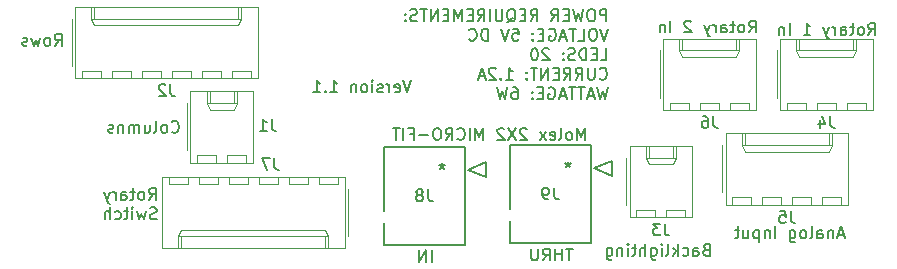
<source format=gbr>
G04 #@! TF.GenerationSoftware,KiCad,Pcbnew,(5.1.6)-1*
G04 #@! TF.CreationDate,2020-11-25T13:13:22+11:00*
G04 #@! TF.ProjectId,RWR_Control_Panel,5257525f-436f-46e7-9472-6f6c5f50616e,-*
G04 #@! TF.SameCoordinates,Original*
G04 #@! TF.FileFunction,Legend,Bot*
G04 #@! TF.FilePolarity,Positive*
%FSLAX46Y46*%
G04 Gerber Fmt 4.6, Leading zero omitted, Abs format (unit mm)*
G04 Created by KiCad (PCBNEW (5.1.6)-1) date 2020-11-25 13:13:22*
%MOMM*%
%LPD*%
G01*
G04 APERTURE LIST*
%ADD10C,0.150000*%
%ADD11C,0.152400*%
%ADD12C,0.120000*%
G04 APERTURE END LIST*
D10*
X149332426Y-105554530D02*
X148999092Y-106554530D01*
X148665759Y-105554530D01*
X147951473Y-106506911D02*
X148046711Y-106554530D01*
X148237188Y-106554530D01*
X148332426Y-106506911D01*
X148380045Y-106411673D01*
X148380045Y-106030721D01*
X148332426Y-105935483D01*
X148237188Y-105887864D01*
X148046711Y-105887864D01*
X147951473Y-105935483D01*
X147903854Y-106030721D01*
X147903854Y-106125959D01*
X148380045Y-106221197D01*
X147475283Y-106554530D02*
X147475283Y-105887864D01*
X147475283Y-106078340D02*
X147427664Y-105983102D01*
X147380045Y-105935483D01*
X147284807Y-105887864D01*
X147189569Y-105887864D01*
X146903854Y-106506911D02*
X146808616Y-106554530D01*
X146618140Y-106554530D01*
X146522902Y-106506911D01*
X146475283Y-106411673D01*
X146475283Y-106364054D01*
X146522902Y-106268816D01*
X146618140Y-106221197D01*
X146760997Y-106221197D01*
X146856235Y-106173578D01*
X146903854Y-106078340D01*
X146903854Y-106030721D01*
X146856235Y-105935483D01*
X146760997Y-105887864D01*
X146618140Y-105887864D01*
X146522902Y-105935483D01*
X146046711Y-106554530D02*
X146046711Y-105887864D01*
X146046711Y-105554530D02*
X146094330Y-105602150D01*
X146046711Y-105649769D01*
X145999092Y-105602150D01*
X146046711Y-105554530D01*
X146046711Y-105649769D01*
X145427664Y-106554530D02*
X145522902Y-106506911D01*
X145570521Y-106459292D01*
X145618140Y-106364054D01*
X145618140Y-106078340D01*
X145570521Y-105983102D01*
X145522902Y-105935483D01*
X145427664Y-105887864D01*
X145284807Y-105887864D01*
X145189569Y-105935483D01*
X145141950Y-105983102D01*
X145094330Y-106078340D01*
X145094330Y-106364054D01*
X145141950Y-106459292D01*
X145189569Y-106506911D01*
X145284807Y-106554530D01*
X145427664Y-106554530D01*
X144665759Y-105887864D02*
X144665759Y-106554530D01*
X144665759Y-105983102D02*
X144618140Y-105935483D01*
X144522902Y-105887864D01*
X144380045Y-105887864D01*
X144284807Y-105935483D01*
X144237188Y-106030721D01*
X144237188Y-106554530D01*
X142475283Y-106554530D02*
X143046711Y-106554530D01*
X142760997Y-106554530D02*
X142760997Y-105554530D01*
X142856235Y-105697388D01*
X142951473Y-105792626D01*
X143046711Y-105840245D01*
X142046711Y-106459292D02*
X141999092Y-106506911D01*
X142046711Y-106554530D01*
X142094330Y-106506911D01*
X142046711Y-106459292D01*
X142046711Y-106554530D01*
X141046711Y-106554530D02*
X141618140Y-106554530D01*
X141332426Y-106554530D02*
X141332426Y-105554530D01*
X141427664Y-105697388D01*
X141522902Y-105792626D01*
X141618140Y-105840245D01*
X165862954Y-100536730D02*
X165862954Y-99536730D01*
X165482002Y-99536730D01*
X165386764Y-99584350D01*
X165339145Y-99631969D01*
X165291526Y-99727207D01*
X165291526Y-99870064D01*
X165339145Y-99965302D01*
X165386764Y-100012921D01*
X165482002Y-100060540D01*
X165862954Y-100060540D01*
X164672478Y-99536730D02*
X164482002Y-99536730D01*
X164386764Y-99584350D01*
X164291526Y-99679588D01*
X164243907Y-99870064D01*
X164243907Y-100203397D01*
X164291526Y-100393873D01*
X164386764Y-100489111D01*
X164482002Y-100536730D01*
X164672478Y-100536730D01*
X164767716Y-100489111D01*
X164862954Y-100393873D01*
X164910573Y-100203397D01*
X164910573Y-99870064D01*
X164862954Y-99679588D01*
X164767716Y-99584350D01*
X164672478Y-99536730D01*
X163910573Y-99536730D02*
X163672478Y-100536730D01*
X163482002Y-99822445D01*
X163291526Y-100536730D01*
X163053430Y-99536730D01*
X162672478Y-100012921D02*
X162339145Y-100012921D01*
X162196288Y-100536730D02*
X162672478Y-100536730D01*
X162672478Y-99536730D01*
X162196288Y-99536730D01*
X161196288Y-100536730D02*
X161529621Y-100060540D01*
X161767716Y-100536730D02*
X161767716Y-99536730D01*
X161386764Y-99536730D01*
X161291526Y-99584350D01*
X161243907Y-99631969D01*
X161196288Y-99727207D01*
X161196288Y-99870064D01*
X161243907Y-99965302D01*
X161291526Y-100012921D01*
X161386764Y-100060540D01*
X161767716Y-100060540D01*
X159434383Y-100536730D02*
X159767716Y-100060540D01*
X160005811Y-100536730D02*
X160005811Y-99536730D01*
X159624859Y-99536730D01*
X159529621Y-99584350D01*
X159482002Y-99631969D01*
X159434383Y-99727207D01*
X159434383Y-99870064D01*
X159482002Y-99965302D01*
X159529621Y-100012921D01*
X159624859Y-100060540D01*
X160005811Y-100060540D01*
X159005811Y-100012921D02*
X158672478Y-100012921D01*
X158529621Y-100536730D02*
X159005811Y-100536730D01*
X159005811Y-99536730D01*
X158529621Y-99536730D01*
X157434383Y-100631969D02*
X157529621Y-100584350D01*
X157624859Y-100489111D01*
X157767716Y-100346254D01*
X157862954Y-100298635D01*
X157958192Y-100298635D01*
X157910573Y-100536730D02*
X158005811Y-100489111D01*
X158101050Y-100393873D01*
X158148669Y-100203397D01*
X158148669Y-99870064D01*
X158101050Y-99679588D01*
X158005811Y-99584350D01*
X157910573Y-99536730D01*
X157720097Y-99536730D01*
X157624859Y-99584350D01*
X157529621Y-99679588D01*
X157482002Y-99870064D01*
X157482002Y-100203397D01*
X157529621Y-100393873D01*
X157624859Y-100489111D01*
X157720097Y-100536730D01*
X157910573Y-100536730D01*
X157053430Y-99536730D02*
X157053430Y-100346254D01*
X157005811Y-100441492D01*
X156958192Y-100489111D01*
X156862954Y-100536730D01*
X156672478Y-100536730D01*
X156577240Y-100489111D01*
X156529621Y-100441492D01*
X156482002Y-100346254D01*
X156482002Y-99536730D01*
X156005811Y-100536730D02*
X156005811Y-99536730D01*
X154958192Y-100536730D02*
X155291526Y-100060540D01*
X155529621Y-100536730D02*
X155529621Y-99536730D01*
X155148669Y-99536730D01*
X155053430Y-99584350D01*
X155005811Y-99631969D01*
X154958192Y-99727207D01*
X154958192Y-99870064D01*
X155005811Y-99965302D01*
X155053430Y-100012921D01*
X155148669Y-100060540D01*
X155529621Y-100060540D01*
X154529621Y-100012921D02*
X154196288Y-100012921D01*
X154053430Y-100536730D02*
X154529621Y-100536730D01*
X154529621Y-99536730D01*
X154053430Y-99536730D01*
X153624859Y-100536730D02*
X153624859Y-99536730D01*
X153291526Y-100251016D01*
X152958192Y-99536730D01*
X152958192Y-100536730D01*
X152482002Y-100012921D02*
X152148669Y-100012921D01*
X152005811Y-100536730D02*
X152482002Y-100536730D01*
X152482002Y-99536730D01*
X152005811Y-99536730D01*
X151577240Y-100536730D02*
X151577240Y-99536730D01*
X151005811Y-100536730D01*
X151005811Y-99536730D01*
X150672478Y-99536730D02*
X150101050Y-99536730D01*
X150386764Y-100536730D02*
X150386764Y-99536730D01*
X149815335Y-100489111D02*
X149672478Y-100536730D01*
X149434383Y-100536730D01*
X149339145Y-100489111D01*
X149291526Y-100441492D01*
X149243907Y-100346254D01*
X149243907Y-100251016D01*
X149291526Y-100155778D01*
X149339145Y-100108159D01*
X149434383Y-100060540D01*
X149624859Y-100012921D01*
X149720097Y-99965302D01*
X149767716Y-99917683D01*
X149815335Y-99822445D01*
X149815335Y-99727207D01*
X149767716Y-99631969D01*
X149720097Y-99584350D01*
X149624859Y-99536730D01*
X149386764Y-99536730D01*
X149243907Y-99584350D01*
X148815335Y-100441492D02*
X148767716Y-100489111D01*
X148815335Y-100536730D01*
X148862954Y-100489111D01*
X148815335Y-100441492D01*
X148815335Y-100536730D01*
X148815335Y-99917683D02*
X148767716Y-99965302D01*
X148815335Y-100012921D01*
X148862954Y-99965302D01*
X148815335Y-99917683D01*
X148815335Y-100012921D01*
X166005811Y-101186730D02*
X165672478Y-102186730D01*
X165339145Y-101186730D01*
X164815335Y-101186730D02*
X164624859Y-101186730D01*
X164529621Y-101234350D01*
X164434383Y-101329588D01*
X164386764Y-101520064D01*
X164386764Y-101853397D01*
X164434383Y-102043873D01*
X164529621Y-102139111D01*
X164624859Y-102186730D01*
X164815335Y-102186730D01*
X164910573Y-102139111D01*
X165005811Y-102043873D01*
X165053430Y-101853397D01*
X165053430Y-101520064D01*
X165005811Y-101329588D01*
X164910573Y-101234350D01*
X164815335Y-101186730D01*
X163482002Y-102186730D02*
X163958192Y-102186730D01*
X163958192Y-101186730D01*
X163291526Y-101186730D02*
X162720097Y-101186730D01*
X163005811Y-102186730D02*
X163005811Y-101186730D01*
X162434383Y-101901016D02*
X161958192Y-101901016D01*
X162529621Y-102186730D02*
X162196288Y-101186730D01*
X161862954Y-102186730D01*
X161005811Y-101234350D02*
X161101050Y-101186730D01*
X161243907Y-101186730D01*
X161386764Y-101234350D01*
X161482002Y-101329588D01*
X161529621Y-101424826D01*
X161577240Y-101615302D01*
X161577240Y-101758159D01*
X161529621Y-101948635D01*
X161482002Y-102043873D01*
X161386764Y-102139111D01*
X161243907Y-102186730D01*
X161148669Y-102186730D01*
X161005811Y-102139111D01*
X160958192Y-102091492D01*
X160958192Y-101758159D01*
X161148669Y-101758159D01*
X160529621Y-101662921D02*
X160196288Y-101662921D01*
X160053430Y-102186730D02*
X160529621Y-102186730D01*
X160529621Y-101186730D01*
X160053430Y-101186730D01*
X159624859Y-102091492D02*
X159577240Y-102139111D01*
X159624859Y-102186730D01*
X159672478Y-102139111D01*
X159624859Y-102091492D01*
X159624859Y-102186730D01*
X159624859Y-101567683D02*
X159577240Y-101615302D01*
X159624859Y-101662921D01*
X159672478Y-101615302D01*
X159624859Y-101567683D01*
X159624859Y-101662921D01*
X157910573Y-101186730D02*
X158386764Y-101186730D01*
X158434383Y-101662921D01*
X158386764Y-101615302D01*
X158291526Y-101567683D01*
X158053430Y-101567683D01*
X157958192Y-101615302D01*
X157910573Y-101662921D01*
X157862954Y-101758159D01*
X157862954Y-101996254D01*
X157910573Y-102091492D01*
X157958192Y-102139111D01*
X158053430Y-102186730D01*
X158291526Y-102186730D01*
X158386764Y-102139111D01*
X158434383Y-102091492D01*
X157577240Y-101186730D02*
X157243907Y-102186730D01*
X156910573Y-101186730D01*
X155815335Y-102186730D02*
X155815335Y-101186730D01*
X155577240Y-101186730D01*
X155434383Y-101234350D01*
X155339145Y-101329588D01*
X155291526Y-101424826D01*
X155243907Y-101615302D01*
X155243907Y-101758159D01*
X155291526Y-101948635D01*
X155339145Y-102043873D01*
X155434383Y-102139111D01*
X155577240Y-102186730D01*
X155815335Y-102186730D01*
X154243907Y-102091492D02*
X154291526Y-102139111D01*
X154434383Y-102186730D01*
X154529621Y-102186730D01*
X154672478Y-102139111D01*
X154767716Y-102043873D01*
X154815335Y-101948635D01*
X154862954Y-101758159D01*
X154862954Y-101615302D01*
X154815335Y-101424826D01*
X154767716Y-101329588D01*
X154672478Y-101234350D01*
X154529621Y-101186730D01*
X154434383Y-101186730D01*
X154291526Y-101234350D01*
X154243907Y-101281969D01*
X165386764Y-103836730D02*
X165862954Y-103836730D01*
X165862954Y-102836730D01*
X165053430Y-103312921D02*
X164720097Y-103312921D01*
X164577240Y-103836730D02*
X165053430Y-103836730D01*
X165053430Y-102836730D01*
X164577240Y-102836730D01*
X164148669Y-103836730D02*
X164148669Y-102836730D01*
X163910573Y-102836730D01*
X163767716Y-102884350D01*
X163672478Y-102979588D01*
X163624859Y-103074826D01*
X163577240Y-103265302D01*
X163577240Y-103408159D01*
X163624859Y-103598635D01*
X163672478Y-103693873D01*
X163767716Y-103789111D01*
X163910573Y-103836730D01*
X164148669Y-103836730D01*
X163196288Y-103789111D02*
X163053430Y-103836730D01*
X162815335Y-103836730D01*
X162720097Y-103789111D01*
X162672478Y-103741492D01*
X162624859Y-103646254D01*
X162624859Y-103551016D01*
X162672478Y-103455778D01*
X162720097Y-103408159D01*
X162815335Y-103360540D01*
X163005811Y-103312921D01*
X163101050Y-103265302D01*
X163148669Y-103217683D01*
X163196288Y-103122445D01*
X163196288Y-103027207D01*
X163148669Y-102931969D01*
X163101050Y-102884350D01*
X163005811Y-102836730D01*
X162767716Y-102836730D01*
X162624859Y-102884350D01*
X162196288Y-103741492D02*
X162148669Y-103789111D01*
X162196288Y-103836730D01*
X162243907Y-103789111D01*
X162196288Y-103741492D01*
X162196288Y-103836730D01*
X162196288Y-103217683D02*
X162148669Y-103265302D01*
X162196288Y-103312921D01*
X162243907Y-103265302D01*
X162196288Y-103217683D01*
X162196288Y-103312921D01*
X161005811Y-102931969D02*
X160958192Y-102884350D01*
X160862954Y-102836730D01*
X160624859Y-102836730D01*
X160529621Y-102884350D01*
X160482002Y-102931969D01*
X160434383Y-103027207D01*
X160434383Y-103122445D01*
X160482002Y-103265302D01*
X161053430Y-103836730D01*
X160434383Y-103836730D01*
X159815335Y-102836730D02*
X159720097Y-102836730D01*
X159624859Y-102884350D01*
X159577240Y-102931969D01*
X159529621Y-103027207D01*
X159482002Y-103217683D01*
X159482002Y-103455778D01*
X159529621Y-103646254D01*
X159577240Y-103741492D01*
X159624859Y-103789111D01*
X159720097Y-103836730D01*
X159815335Y-103836730D01*
X159910573Y-103789111D01*
X159958192Y-103741492D01*
X160005811Y-103646254D01*
X160053430Y-103455778D01*
X160053430Y-103217683D01*
X160005811Y-103027207D01*
X159958192Y-102931969D01*
X159910573Y-102884350D01*
X159815335Y-102836730D01*
X165291526Y-105391492D02*
X165339145Y-105439111D01*
X165482002Y-105486730D01*
X165577240Y-105486730D01*
X165720097Y-105439111D01*
X165815335Y-105343873D01*
X165862954Y-105248635D01*
X165910573Y-105058159D01*
X165910573Y-104915302D01*
X165862954Y-104724826D01*
X165815335Y-104629588D01*
X165720097Y-104534350D01*
X165577240Y-104486730D01*
X165482002Y-104486730D01*
X165339145Y-104534350D01*
X165291526Y-104581969D01*
X164862954Y-104486730D02*
X164862954Y-105296254D01*
X164815335Y-105391492D01*
X164767716Y-105439111D01*
X164672478Y-105486730D01*
X164482002Y-105486730D01*
X164386764Y-105439111D01*
X164339145Y-105391492D01*
X164291526Y-105296254D01*
X164291526Y-104486730D01*
X163243907Y-105486730D02*
X163577240Y-105010540D01*
X163815335Y-105486730D02*
X163815335Y-104486730D01*
X163434383Y-104486730D01*
X163339145Y-104534350D01*
X163291526Y-104581969D01*
X163243907Y-104677207D01*
X163243907Y-104820064D01*
X163291526Y-104915302D01*
X163339145Y-104962921D01*
X163434383Y-105010540D01*
X163815335Y-105010540D01*
X162243907Y-105486730D02*
X162577240Y-105010540D01*
X162815335Y-105486730D02*
X162815335Y-104486730D01*
X162434383Y-104486730D01*
X162339145Y-104534350D01*
X162291526Y-104581969D01*
X162243907Y-104677207D01*
X162243907Y-104820064D01*
X162291526Y-104915302D01*
X162339145Y-104962921D01*
X162434383Y-105010540D01*
X162815335Y-105010540D01*
X161815335Y-104962921D02*
X161482002Y-104962921D01*
X161339145Y-105486730D02*
X161815335Y-105486730D01*
X161815335Y-104486730D01*
X161339145Y-104486730D01*
X160910573Y-105486730D02*
X160910573Y-104486730D01*
X160339145Y-105486730D01*
X160339145Y-104486730D01*
X160005811Y-104486730D02*
X159434383Y-104486730D01*
X159720097Y-105486730D02*
X159720097Y-104486730D01*
X159101050Y-105391492D02*
X159053430Y-105439111D01*
X159101050Y-105486730D01*
X159148669Y-105439111D01*
X159101050Y-105391492D01*
X159101050Y-105486730D01*
X159101050Y-104867683D02*
X159053430Y-104915302D01*
X159101050Y-104962921D01*
X159148669Y-104915302D01*
X159101050Y-104867683D01*
X159101050Y-104962921D01*
X157339145Y-105486730D02*
X157910573Y-105486730D01*
X157624859Y-105486730D02*
X157624859Y-104486730D01*
X157720097Y-104629588D01*
X157815335Y-104724826D01*
X157910573Y-104772445D01*
X156910573Y-105391492D02*
X156862954Y-105439111D01*
X156910573Y-105486730D01*
X156958192Y-105439111D01*
X156910573Y-105391492D01*
X156910573Y-105486730D01*
X156482002Y-104581969D02*
X156434383Y-104534350D01*
X156339145Y-104486730D01*
X156101050Y-104486730D01*
X156005811Y-104534350D01*
X155958192Y-104581969D01*
X155910573Y-104677207D01*
X155910573Y-104772445D01*
X155958192Y-104915302D01*
X156529621Y-105486730D01*
X155910573Y-105486730D01*
X155529621Y-105201016D02*
X155053430Y-105201016D01*
X155624859Y-105486730D02*
X155291526Y-104486730D01*
X154958192Y-105486730D01*
X165958192Y-106136730D02*
X165720097Y-107136730D01*
X165529621Y-106422445D01*
X165339145Y-107136730D01*
X165101050Y-106136730D01*
X164767716Y-106851016D02*
X164291526Y-106851016D01*
X164862954Y-107136730D02*
X164529621Y-106136730D01*
X164196288Y-107136730D01*
X164005811Y-106136730D02*
X163434383Y-106136730D01*
X163720097Y-107136730D02*
X163720097Y-106136730D01*
X163243907Y-106136730D02*
X162672478Y-106136730D01*
X162958192Y-107136730D02*
X162958192Y-106136730D01*
X162386764Y-106851016D02*
X161910573Y-106851016D01*
X162482002Y-107136730D02*
X162148669Y-106136730D01*
X161815335Y-107136730D01*
X160958192Y-106184350D02*
X161053430Y-106136730D01*
X161196288Y-106136730D01*
X161339145Y-106184350D01*
X161434383Y-106279588D01*
X161482002Y-106374826D01*
X161529621Y-106565302D01*
X161529621Y-106708159D01*
X161482002Y-106898635D01*
X161434383Y-106993873D01*
X161339145Y-107089111D01*
X161196288Y-107136730D01*
X161101050Y-107136730D01*
X160958192Y-107089111D01*
X160910573Y-107041492D01*
X160910573Y-106708159D01*
X161101050Y-106708159D01*
X160482002Y-106612921D02*
X160148669Y-106612921D01*
X160005811Y-107136730D02*
X160482002Y-107136730D01*
X160482002Y-106136730D01*
X160005811Y-106136730D01*
X159577240Y-107041492D02*
X159529621Y-107089111D01*
X159577240Y-107136730D01*
X159624859Y-107089111D01*
X159577240Y-107041492D01*
X159577240Y-107136730D01*
X159577240Y-106517683D02*
X159529621Y-106565302D01*
X159577240Y-106612921D01*
X159624859Y-106565302D01*
X159577240Y-106517683D01*
X159577240Y-106612921D01*
X157910573Y-106136730D02*
X158101050Y-106136730D01*
X158196288Y-106184350D01*
X158243907Y-106231969D01*
X158339145Y-106374826D01*
X158386764Y-106565302D01*
X158386764Y-106946254D01*
X158339145Y-107041492D01*
X158291526Y-107089111D01*
X158196288Y-107136730D01*
X158005811Y-107136730D01*
X157910573Y-107089111D01*
X157862954Y-107041492D01*
X157815335Y-106946254D01*
X157815335Y-106708159D01*
X157862954Y-106612921D01*
X157910573Y-106565302D01*
X158005811Y-106517683D01*
X158196288Y-106517683D01*
X158291526Y-106565302D01*
X158339145Y-106612921D01*
X158386764Y-106708159D01*
X157482002Y-106136730D02*
X157243907Y-107136730D01*
X157053430Y-106422445D01*
X156862954Y-107136730D01*
X156624859Y-106136730D01*
X177928150Y-101499930D02*
X178261483Y-101023740D01*
X178499578Y-101499930D02*
X178499578Y-100499930D01*
X178118626Y-100499930D01*
X178023388Y-100547550D01*
X177975769Y-100595169D01*
X177928150Y-100690407D01*
X177928150Y-100833264D01*
X177975769Y-100928502D01*
X178023388Y-100976121D01*
X178118626Y-101023740D01*
X178499578Y-101023740D01*
X177356721Y-101499930D02*
X177451959Y-101452311D01*
X177499578Y-101404692D01*
X177547197Y-101309454D01*
X177547197Y-101023740D01*
X177499578Y-100928502D01*
X177451959Y-100880883D01*
X177356721Y-100833264D01*
X177213864Y-100833264D01*
X177118626Y-100880883D01*
X177071007Y-100928502D01*
X177023388Y-101023740D01*
X177023388Y-101309454D01*
X177071007Y-101404692D01*
X177118626Y-101452311D01*
X177213864Y-101499930D01*
X177356721Y-101499930D01*
X176737673Y-100833264D02*
X176356721Y-100833264D01*
X176594816Y-100499930D02*
X176594816Y-101357073D01*
X176547197Y-101452311D01*
X176451959Y-101499930D01*
X176356721Y-101499930D01*
X175594816Y-101499930D02*
X175594816Y-100976121D01*
X175642435Y-100880883D01*
X175737673Y-100833264D01*
X175928150Y-100833264D01*
X176023388Y-100880883D01*
X175594816Y-101452311D02*
X175690054Y-101499930D01*
X175928150Y-101499930D01*
X176023388Y-101452311D01*
X176071007Y-101357073D01*
X176071007Y-101261835D01*
X176023388Y-101166597D01*
X175928150Y-101118978D01*
X175690054Y-101118978D01*
X175594816Y-101071359D01*
X175118626Y-101499930D02*
X175118626Y-100833264D01*
X175118626Y-101023740D02*
X175071007Y-100928502D01*
X175023388Y-100880883D01*
X174928150Y-100833264D01*
X174832911Y-100833264D01*
X174594816Y-100833264D02*
X174356721Y-101499930D01*
X174118626Y-100833264D02*
X174356721Y-101499930D01*
X174451959Y-101738026D01*
X174499578Y-101785645D01*
X174594816Y-101833264D01*
X173023388Y-100595169D02*
X172975769Y-100547550D01*
X172880530Y-100499930D01*
X172642435Y-100499930D01*
X172547197Y-100547550D01*
X172499578Y-100595169D01*
X172451959Y-100690407D01*
X172451959Y-100785645D01*
X172499578Y-100928502D01*
X173071007Y-101499930D01*
X172451959Y-101499930D01*
X171261483Y-101499930D02*
X171261483Y-100499930D01*
X170785292Y-100833264D02*
X170785292Y-101499930D01*
X170785292Y-100928502D02*
X170737673Y-100880883D01*
X170642435Y-100833264D01*
X170499578Y-100833264D01*
X170404340Y-100880883D01*
X170356721Y-100976121D01*
X170356721Y-101499930D01*
X188037350Y-101703130D02*
X188370683Y-101226940D01*
X188608778Y-101703130D02*
X188608778Y-100703130D01*
X188227826Y-100703130D01*
X188132588Y-100750750D01*
X188084969Y-100798369D01*
X188037350Y-100893607D01*
X188037350Y-101036464D01*
X188084969Y-101131702D01*
X188132588Y-101179321D01*
X188227826Y-101226940D01*
X188608778Y-101226940D01*
X187465921Y-101703130D02*
X187561159Y-101655511D01*
X187608778Y-101607892D01*
X187656397Y-101512654D01*
X187656397Y-101226940D01*
X187608778Y-101131702D01*
X187561159Y-101084083D01*
X187465921Y-101036464D01*
X187323064Y-101036464D01*
X187227826Y-101084083D01*
X187180207Y-101131702D01*
X187132588Y-101226940D01*
X187132588Y-101512654D01*
X187180207Y-101607892D01*
X187227826Y-101655511D01*
X187323064Y-101703130D01*
X187465921Y-101703130D01*
X186846873Y-101036464D02*
X186465921Y-101036464D01*
X186704016Y-100703130D02*
X186704016Y-101560273D01*
X186656397Y-101655511D01*
X186561159Y-101703130D01*
X186465921Y-101703130D01*
X185704016Y-101703130D02*
X185704016Y-101179321D01*
X185751635Y-101084083D01*
X185846873Y-101036464D01*
X186037350Y-101036464D01*
X186132588Y-101084083D01*
X185704016Y-101655511D02*
X185799254Y-101703130D01*
X186037350Y-101703130D01*
X186132588Y-101655511D01*
X186180207Y-101560273D01*
X186180207Y-101465035D01*
X186132588Y-101369797D01*
X186037350Y-101322178D01*
X185799254Y-101322178D01*
X185704016Y-101274559D01*
X185227826Y-101703130D02*
X185227826Y-101036464D01*
X185227826Y-101226940D02*
X185180207Y-101131702D01*
X185132588Y-101084083D01*
X185037350Y-101036464D01*
X184942111Y-101036464D01*
X184704016Y-101036464D02*
X184465921Y-101703130D01*
X184227826Y-101036464D02*
X184465921Y-101703130D01*
X184561159Y-101941226D01*
X184608778Y-101988845D01*
X184704016Y-102036464D01*
X182561159Y-101703130D02*
X183132588Y-101703130D01*
X182846873Y-101703130D02*
X182846873Y-100703130D01*
X182942111Y-100845988D01*
X183037350Y-100941226D01*
X183132588Y-100988845D01*
X181370683Y-101703130D02*
X181370683Y-100703130D01*
X180894492Y-101036464D02*
X180894492Y-101703130D01*
X180894492Y-101131702D02*
X180846873Y-101084083D01*
X180751635Y-101036464D01*
X180608778Y-101036464D01*
X180513540Y-101084083D01*
X180465921Y-101179321D01*
X180465921Y-101703130D01*
X185959178Y-118638616D02*
X185482988Y-118638616D01*
X186054416Y-118924330D02*
X185721083Y-117924330D01*
X185387750Y-118924330D01*
X185054416Y-118257664D02*
X185054416Y-118924330D01*
X185054416Y-118352902D02*
X185006797Y-118305283D01*
X184911559Y-118257664D01*
X184768702Y-118257664D01*
X184673464Y-118305283D01*
X184625845Y-118400521D01*
X184625845Y-118924330D01*
X183721083Y-118924330D02*
X183721083Y-118400521D01*
X183768702Y-118305283D01*
X183863940Y-118257664D01*
X184054416Y-118257664D01*
X184149654Y-118305283D01*
X183721083Y-118876711D02*
X183816321Y-118924330D01*
X184054416Y-118924330D01*
X184149654Y-118876711D01*
X184197273Y-118781473D01*
X184197273Y-118686235D01*
X184149654Y-118590997D01*
X184054416Y-118543378D01*
X183816321Y-118543378D01*
X183721083Y-118495759D01*
X183102035Y-118924330D02*
X183197273Y-118876711D01*
X183244892Y-118781473D01*
X183244892Y-117924330D01*
X182578226Y-118924330D02*
X182673464Y-118876711D01*
X182721083Y-118829092D01*
X182768702Y-118733854D01*
X182768702Y-118448140D01*
X182721083Y-118352902D01*
X182673464Y-118305283D01*
X182578226Y-118257664D01*
X182435369Y-118257664D01*
X182340130Y-118305283D01*
X182292511Y-118352902D01*
X182244892Y-118448140D01*
X182244892Y-118733854D01*
X182292511Y-118829092D01*
X182340130Y-118876711D01*
X182435369Y-118924330D01*
X182578226Y-118924330D01*
X181387750Y-118257664D02*
X181387750Y-119067188D01*
X181435369Y-119162426D01*
X181482988Y-119210045D01*
X181578226Y-119257664D01*
X181721083Y-119257664D01*
X181816321Y-119210045D01*
X181387750Y-118876711D02*
X181482988Y-118924330D01*
X181673464Y-118924330D01*
X181768702Y-118876711D01*
X181816321Y-118829092D01*
X181863940Y-118733854D01*
X181863940Y-118448140D01*
X181816321Y-118352902D01*
X181768702Y-118305283D01*
X181673464Y-118257664D01*
X181482988Y-118257664D01*
X181387750Y-118305283D01*
X180149654Y-118924330D02*
X180149654Y-117924330D01*
X179673464Y-118257664D02*
X179673464Y-118924330D01*
X179673464Y-118352902D02*
X179625845Y-118305283D01*
X179530607Y-118257664D01*
X179387750Y-118257664D01*
X179292511Y-118305283D01*
X179244892Y-118400521D01*
X179244892Y-118924330D01*
X178768702Y-118257664D02*
X178768702Y-119257664D01*
X178768702Y-118305283D02*
X178673464Y-118257664D01*
X178482988Y-118257664D01*
X178387750Y-118305283D01*
X178340130Y-118352902D01*
X178292511Y-118448140D01*
X178292511Y-118733854D01*
X178340130Y-118829092D01*
X178387750Y-118876711D01*
X178482988Y-118924330D01*
X178673464Y-118924330D01*
X178768702Y-118876711D01*
X177435369Y-118257664D02*
X177435369Y-118924330D01*
X177863940Y-118257664D02*
X177863940Y-118781473D01*
X177816321Y-118876711D01*
X177721083Y-118924330D01*
X177578226Y-118924330D01*
X177482988Y-118876711D01*
X177435369Y-118829092D01*
X177102035Y-118257664D02*
X176721083Y-118257664D01*
X176959178Y-117924330D02*
X176959178Y-118781473D01*
X176911559Y-118876711D01*
X176816321Y-118924330D01*
X176721083Y-118924330D01*
X174310169Y-119873721D02*
X174167311Y-119921340D01*
X174119692Y-119968959D01*
X174072073Y-120064197D01*
X174072073Y-120207054D01*
X174119692Y-120302292D01*
X174167311Y-120349911D01*
X174262550Y-120397530D01*
X174643502Y-120397530D01*
X174643502Y-119397530D01*
X174310169Y-119397530D01*
X174214930Y-119445150D01*
X174167311Y-119492769D01*
X174119692Y-119588007D01*
X174119692Y-119683245D01*
X174167311Y-119778483D01*
X174214930Y-119826102D01*
X174310169Y-119873721D01*
X174643502Y-119873721D01*
X173214930Y-120397530D02*
X173214930Y-119873721D01*
X173262550Y-119778483D01*
X173357788Y-119730864D01*
X173548264Y-119730864D01*
X173643502Y-119778483D01*
X173214930Y-120349911D02*
X173310169Y-120397530D01*
X173548264Y-120397530D01*
X173643502Y-120349911D01*
X173691121Y-120254673D01*
X173691121Y-120159435D01*
X173643502Y-120064197D01*
X173548264Y-120016578D01*
X173310169Y-120016578D01*
X173214930Y-119968959D01*
X172310169Y-120349911D02*
X172405407Y-120397530D01*
X172595883Y-120397530D01*
X172691121Y-120349911D01*
X172738740Y-120302292D01*
X172786359Y-120207054D01*
X172786359Y-119921340D01*
X172738740Y-119826102D01*
X172691121Y-119778483D01*
X172595883Y-119730864D01*
X172405407Y-119730864D01*
X172310169Y-119778483D01*
X171881597Y-120397530D02*
X171881597Y-119397530D01*
X171786359Y-120016578D02*
X171500645Y-120397530D01*
X171500645Y-119730864D02*
X171881597Y-120111816D01*
X170929216Y-120397530D02*
X171024454Y-120349911D01*
X171072073Y-120254673D01*
X171072073Y-119397530D01*
X170548264Y-120397530D02*
X170548264Y-119730864D01*
X170548264Y-119397530D02*
X170595883Y-119445150D01*
X170548264Y-119492769D01*
X170500645Y-119445150D01*
X170548264Y-119397530D01*
X170548264Y-119492769D01*
X169643502Y-119730864D02*
X169643502Y-120540388D01*
X169691121Y-120635626D01*
X169738740Y-120683245D01*
X169833978Y-120730864D01*
X169976835Y-120730864D01*
X170072073Y-120683245D01*
X169643502Y-120349911D02*
X169738740Y-120397530D01*
X169929216Y-120397530D01*
X170024454Y-120349911D01*
X170072073Y-120302292D01*
X170119692Y-120207054D01*
X170119692Y-119921340D01*
X170072073Y-119826102D01*
X170024454Y-119778483D01*
X169929216Y-119730864D01*
X169738740Y-119730864D01*
X169643502Y-119778483D01*
X169167311Y-120397530D02*
X169167311Y-119397530D01*
X168738740Y-120397530D02*
X168738740Y-119873721D01*
X168786359Y-119778483D01*
X168881597Y-119730864D01*
X169024454Y-119730864D01*
X169119692Y-119778483D01*
X169167311Y-119826102D01*
X168405407Y-119730864D02*
X168024454Y-119730864D01*
X168262550Y-119397530D02*
X168262550Y-120254673D01*
X168214930Y-120349911D01*
X168119692Y-120397530D01*
X168024454Y-120397530D01*
X167691121Y-120397530D02*
X167691121Y-119730864D01*
X167691121Y-119397530D02*
X167738740Y-119445150D01*
X167691121Y-119492769D01*
X167643502Y-119445150D01*
X167691121Y-119397530D01*
X167691121Y-119492769D01*
X167214930Y-119730864D02*
X167214930Y-120397530D01*
X167214930Y-119826102D02*
X167167311Y-119778483D01*
X167072073Y-119730864D01*
X166929216Y-119730864D01*
X166833978Y-119778483D01*
X166786359Y-119873721D01*
X166786359Y-120397530D01*
X165881597Y-119730864D02*
X165881597Y-120540388D01*
X165929216Y-120635626D01*
X165976835Y-120683245D01*
X166072073Y-120730864D01*
X166214930Y-120730864D01*
X166310169Y-120683245D01*
X165881597Y-120349911D02*
X165976835Y-120397530D01*
X166167311Y-120397530D01*
X166262550Y-120349911D01*
X166310169Y-120302292D01*
X166357788Y-120207054D01*
X166357788Y-119921340D01*
X166310169Y-119826102D01*
X166262550Y-119778483D01*
X166167311Y-119730864D01*
X165976835Y-119730864D01*
X165881597Y-119778483D01*
X163002683Y-119803930D02*
X162431254Y-119803930D01*
X162716969Y-120803930D02*
X162716969Y-119803930D01*
X162097921Y-120803930D02*
X162097921Y-119803930D01*
X162097921Y-120280121D02*
X161526492Y-120280121D01*
X161526492Y-120803930D02*
X161526492Y-119803930D01*
X160478873Y-120803930D02*
X160812207Y-120327740D01*
X161050302Y-120803930D02*
X161050302Y-119803930D01*
X160669350Y-119803930D01*
X160574111Y-119851550D01*
X160526492Y-119899169D01*
X160478873Y-119994407D01*
X160478873Y-120137264D01*
X160526492Y-120232502D01*
X160574111Y-120280121D01*
X160669350Y-120327740D01*
X161050302Y-120327740D01*
X160050302Y-119803930D02*
X160050302Y-120613454D01*
X160002683Y-120708692D01*
X159955064Y-120756311D01*
X159859826Y-120803930D01*
X159669350Y-120803930D01*
X159574111Y-120756311D01*
X159526492Y-120708692D01*
X159478873Y-120613454D01*
X159478873Y-119803930D01*
X151075959Y-120905530D02*
X151075959Y-119905530D01*
X150599769Y-120905530D02*
X150599769Y-119905530D01*
X150028340Y-120905530D01*
X150028340Y-119905530D01*
X164059178Y-110593130D02*
X164059178Y-109593130D01*
X163725845Y-110307416D01*
X163392511Y-109593130D01*
X163392511Y-110593130D01*
X162773464Y-110593130D02*
X162868702Y-110545511D01*
X162916321Y-110497892D01*
X162963940Y-110402654D01*
X162963940Y-110116940D01*
X162916321Y-110021702D01*
X162868702Y-109974083D01*
X162773464Y-109926464D01*
X162630607Y-109926464D01*
X162535369Y-109974083D01*
X162487750Y-110021702D01*
X162440130Y-110116940D01*
X162440130Y-110402654D01*
X162487750Y-110497892D01*
X162535369Y-110545511D01*
X162630607Y-110593130D01*
X162773464Y-110593130D01*
X161868702Y-110593130D02*
X161963940Y-110545511D01*
X162011559Y-110450273D01*
X162011559Y-109593130D01*
X161106797Y-110545511D02*
X161202035Y-110593130D01*
X161392511Y-110593130D01*
X161487750Y-110545511D01*
X161535369Y-110450273D01*
X161535369Y-110069321D01*
X161487750Y-109974083D01*
X161392511Y-109926464D01*
X161202035Y-109926464D01*
X161106797Y-109974083D01*
X161059178Y-110069321D01*
X161059178Y-110164559D01*
X161535369Y-110259797D01*
X160725845Y-110593130D02*
X160202035Y-109926464D01*
X160725845Y-109926464D02*
X160202035Y-110593130D01*
X159106797Y-109688369D02*
X159059178Y-109640750D01*
X158963940Y-109593130D01*
X158725845Y-109593130D01*
X158630607Y-109640750D01*
X158582988Y-109688369D01*
X158535369Y-109783607D01*
X158535369Y-109878845D01*
X158582988Y-110021702D01*
X159154416Y-110593130D01*
X158535369Y-110593130D01*
X158202035Y-109593130D02*
X157535369Y-110593130D01*
X157535369Y-109593130D02*
X158202035Y-110593130D01*
X157202035Y-109688369D02*
X157154416Y-109640750D01*
X157059178Y-109593130D01*
X156821083Y-109593130D01*
X156725845Y-109640750D01*
X156678226Y-109688369D01*
X156630607Y-109783607D01*
X156630607Y-109878845D01*
X156678226Y-110021702D01*
X157249654Y-110593130D01*
X156630607Y-110593130D01*
X155440130Y-110593130D02*
X155440130Y-109593130D01*
X155106797Y-110307416D01*
X154773464Y-109593130D01*
X154773464Y-110593130D01*
X154297273Y-110593130D02*
X154297273Y-109593130D01*
X153249654Y-110497892D02*
X153297273Y-110545511D01*
X153440130Y-110593130D01*
X153535369Y-110593130D01*
X153678226Y-110545511D01*
X153773464Y-110450273D01*
X153821083Y-110355035D01*
X153868702Y-110164559D01*
X153868702Y-110021702D01*
X153821083Y-109831226D01*
X153773464Y-109735988D01*
X153678226Y-109640750D01*
X153535369Y-109593130D01*
X153440130Y-109593130D01*
X153297273Y-109640750D01*
X153249654Y-109688369D01*
X152249654Y-110593130D02*
X152582988Y-110116940D01*
X152821083Y-110593130D02*
X152821083Y-109593130D01*
X152440130Y-109593130D01*
X152344892Y-109640750D01*
X152297273Y-109688369D01*
X152249654Y-109783607D01*
X152249654Y-109926464D01*
X152297273Y-110021702D01*
X152344892Y-110069321D01*
X152440130Y-110116940D01*
X152821083Y-110116940D01*
X151630607Y-109593130D02*
X151440130Y-109593130D01*
X151344892Y-109640750D01*
X151249654Y-109735988D01*
X151202035Y-109926464D01*
X151202035Y-110259797D01*
X151249654Y-110450273D01*
X151344892Y-110545511D01*
X151440130Y-110593130D01*
X151630607Y-110593130D01*
X151725845Y-110545511D01*
X151821083Y-110450273D01*
X151868702Y-110259797D01*
X151868702Y-109926464D01*
X151821083Y-109735988D01*
X151725845Y-109640750D01*
X151630607Y-109593130D01*
X150773464Y-110212178D02*
X150011559Y-110212178D01*
X149202035Y-110069321D02*
X149535369Y-110069321D01*
X149535369Y-110593130D02*
X149535369Y-109593130D01*
X149059178Y-109593130D01*
X148678226Y-110593130D02*
X148678226Y-109593130D01*
X148344892Y-109593130D02*
X147773464Y-109593130D01*
X148059178Y-110593130D02*
X148059178Y-109593130D01*
X129057102Y-109888292D02*
X129104721Y-109935911D01*
X129247578Y-109983530D01*
X129342816Y-109983530D01*
X129485673Y-109935911D01*
X129580911Y-109840673D01*
X129628530Y-109745435D01*
X129676150Y-109554959D01*
X129676150Y-109412102D01*
X129628530Y-109221626D01*
X129580911Y-109126388D01*
X129485673Y-109031150D01*
X129342816Y-108983530D01*
X129247578Y-108983530D01*
X129104721Y-109031150D01*
X129057102Y-109078769D01*
X128485673Y-109983530D02*
X128580911Y-109935911D01*
X128628530Y-109888292D01*
X128676150Y-109793054D01*
X128676150Y-109507340D01*
X128628530Y-109412102D01*
X128580911Y-109364483D01*
X128485673Y-109316864D01*
X128342816Y-109316864D01*
X128247578Y-109364483D01*
X128199959Y-109412102D01*
X128152340Y-109507340D01*
X128152340Y-109793054D01*
X128199959Y-109888292D01*
X128247578Y-109935911D01*
X128342816Y-109983530D01*
X128485673Y-109983530D01*
X127580911Y-109983530D02*
X127676150Y-109935911D01*
X127723769Y-109840673D01*
X127723769Y-108983530D01*
X126771388Y-109316864D02*
X126771388Y-109983530D01*
X127199959Y-109316864D02*
X127199959Y-109840673D01*
X127152340Y-109935911D01*
X127057102Y-109983530D01*
X126914245Y-109983530D01*
X126819007Y-109935911D01*
X126771388Y-109888292D01*
X126295197Y-109983530D02*
X126295197Y-109316864D01*
X126295197Y-109412102D02*
X126247578Y-109364483D01*
X126152340Y-109316864D01*
X126009483Y-109316864D01*
X125914245Y-109364483D01*
X125866626Y-109459721D01*
X125866626Y-109983530D01*
X125866626Y-109459721D02*
X125819007Y-109364483D01*
X125723769Y-109316864D01*
X125580911Y-109316864D01*
X125485673Y-109364483D01*
X125438054Y-109459721D01*
X125438054Y-109983530D01*
X124961864Y-109316864D02*
X124961864Y-109983530D01*
X124961864Y-109412102D02*
X124914245Y-109364483D01*
X124819007Y-109316864D01*
X124676150Y-109316864D01*
X124580911Y-109364483D01*
X124533292Y-109459721D01*
X124533292Y-109983530D01*
X124104721Y-109935911D02*
X124009483Y-109983530D01*
X123819007Y-109983530D01*
X123723769Y-109935911D01*
X123676150Y-109840673D01*
X123676150Y-109793054D01*
X123723769Y-109697816D01*
X123819007Y-109650197D01*
X123961864Y-109650197D01*
X124057102Y-109602578D01*
X124104721Y-109507340D01*
X124104721Y-109459721D01*
X124057102Y-109364483D01*
X123961864Y-109316864D01*
X123819007Y-109316864D01*
X123723769Y-109364483D01*
X119162378Y-102617530D02*
X119495711Y-102141340D01*
X119733807Y-102617530D02*
X119733807Y-101617530D01*
X119352854Y-101617530D01*
X119257616Y-101665150D01*
X119209997Y-101712769D01*
X119162378Y-101808007D01*
X119162378Y-101950864D01*
X119209997Y-102046102D01*
X119257616Y-102093721D01*
X119352854Y-102141340D01*
X119733807Y-102141340D01*
X118590950Y-102617530D02*
X118686188Y-102569911D01*
X118733807Y-102522292D01*
X118781426Y-102427054D01*
X118781426Y-102141340D01*
X118733807Y-102046102D01*
X118686188Y-101998483D01*
X118590950Y-101950864D01*
X118448092Y-101950864D01*
X118352854Y-101998483D01*
X118305235Y-102046102D01*
X118257616Y-102141340D01*
X118257616Y-102427054D01*
X118305235Y-102522292D01*
X118352854Y-102569911D01*
X118448092Y-102617530D01*
X118590950Y-102617530D01*
X117924283Y-101950864D02*
X117733807Y-102617530D01*
X117543330Y-102141340D01*
X117352854Y-102617530D01*
X117162378Y-101950864D01*
X116829045Y-102569911D02*
X116733807Y-102617530D01*
X116543330Y-102617530D01*
X116448092Y-102569911D01*
X116400473Y-102474673D01*
X116400473Y-102427054D01*
X116448092Y-102331816D01*
X116543330Y-102284197D01*
X116686188Y-102284197D01*
X116781426Y-102236578D01*
X116829045Y-102141340D01*
X116829045Y-102093721D01*
X116781426Y-101998483D01*
X116686188Y-101950864D01*
X116543330Y-101950864D01*
X116448092Y-101998483D01*
X127129978Y-115660930D02*
X127463311Y-115184740D01*
X127701407Y-115660930D02*
X127701407Y-114660930D01*
X127320454Y-114660930D01*
X127225216Y-114708550D01*
X127177597Y-114756169D01*
X127129978Y-114851407D01*
X127129978Y-114994264D01*
X127177597Y-115089502D01*
X127225216Y-115137121D01*
X127320454Y-115184740D01*
X127701407Y-115184740D01*
X126558550Y-115660930D02*
X126653788Y-115613311D01*
X126701407Y-115565692D01*
X126749026Y-115470454D01*
X126749026Y-115184740D01*
X126701407Y-115089502D01*
X126653788Y-115041883D01*
X126558550Y-114994264D01*
X126415692Y-114994264D01*
X126320454Y-115041883D01*
X126272835Y-115089502D01*
X126225216Y-115184740D01*
X126225216Y-115470454D01*
X126272835Y-115565692D01*
X126320454Y-115613311D01*
X126415692Y-115660930D01*
X126558550Y-115660930D01*
X125939502Y-114994264D02*
X125558550Y-114994264D01*
X125796645Y-114660930D02*
X125796645Y-115518073D01*
X125749026Y-115613311D01*
X125653788Y-115660930D01*
X125558550Y-115660930D01*
X124796645Y-115660930D02*
X124796645Y-115137121D01*
X124844264Y-115041883D01*
X124939502Y-114994264D01*
X125129978Y-114994264D01*
X125225216Y-115041883D01*
X124796645Y-115613311D02*
X124891883Y-115660930D01*
X125129978Y-115660930D01*
X125225216Y-115613311D01*
X125272835Y-115518073D01*
X125272835Y-115422835D01*
X125225216Y-115327597D01*
X125129978Y-115279978D01*
X124891883Y-115279978D01*
X124796645Y-115232359D01*
X124320454Y-115660930D02*
X124320454Y-114994264D01*
X124320454Y-115184740D02*
X124272835Y-115089502D01*
X124225216Y-115041883D01*
X124129978Y-114994264D01*
X124034740Y-114994264D01*
X123796645Y-114994264D02*
X123558550Y-115660930D01*
X123320454Y-114994264D02*
X123558550Y-115660930D01*
X123653788Y-115899026D01*
X123701407Y-115946645D01*
X123796645Y-115994264D01*
X127772835Y-117263311D02*
X127629978Y-117310930D01*
X127391883Y-117310930D01*
X127296645Y-117263311D01*
X127249026Y-117215692D01*
X127201407Y-117120454D01*
X127201407Y-117025216D01*
X127249026Y-116929978D01*
X127296645Y-116882359D01*
X127391883Y-116834740D01*
X127582359Y-116787121D01*
X127677597Y-116739502D01*
X127725216Y-116691883D01*
X127772835Y-116596645D01*
X127772835Y-116501407D01*
X127725216Y-116406169D01*
X127677597Y-116358550D01*
X127582359Y-116310930D01*
X127344264Y-116310930D01*
X127201407Y-116358550D01*
X126868073Y-116644264D02*
X126677597Y-117310930D01*
X126487121Y-116834740D01*
X126296645Y-117310930D01*
X126106169Y-116644264D01*
X125725216Y-117310930D02*
X125725216Y-116644264D01*
X125725216Y-116310930D02*
X125772835Y-116358550D01*
X125725216Y-116406169D01*
X125677597Y-116358550D01*
X125725216Y-116310930D01*
X125725216Y-116406169D01*
X125391883Y-116644264D02*
X125010930Y-116644264D01*
X125249026Y-116310930D02*
X125249026Y-117168073D01*
X125201407Y-117263311D01*
X125106169Y-117310930D01*
X125010930Y-117310930D01*
X124249026Y-117263311D02*
X124344264Y-117310930D01*
X124534740Y-117310930D01*
X124629978Y-117263311D01*
X124677597Y-117215692D01*
X124725216Y-117120454D01*
X124725216Y-116834740D01*
X124677597Y-116739502D01*
X124629978Y-116691883D01*
X124534740Y-116644264D01*
X124344264Y-116644264D01*
X124249026Y-116691883D01*
X123820454Y-117310930D02*
X123820454Y-116310930D01*
X123391883Y-117310930D02*
X123391883Y-116787121D01*
X123439502Y-116691883D01*
X123534740Y-116644264D01*
X123677597Y-116644264D01*
X123772835Y-116691883D01*
X123820454Y-116739502D01*
D11*
X164775994Y-112986000D02*
X166299993Y-113621000D01*
X166299993Y-113621000D02*
X166299993Y-112351000D01*
X166299993Y-112351000D02*
X164775994Y-112986000D01*
X157671994Y-111056000D02*
X164521994Y-111056000D01*
X164521994Y-111056000D02*
X164521994Y-119316000D01*
X164521994Y-119316000D02*
X157671994Y-119316000D01*
X157671994Y-119316000D02*
X157671994Y-117494543D01*
X157671994Y-116437456D02*
X157671994Y-111056000D01*
X154107994Y-113138000D02*
X155631993Y-113773000D01*
X155631993Y-113773000D02*
X155631993Y-112503000D01*
X155631993Y-112503000D02*
X154107994Y-113138000D01*
X147003994Y-111208000D02*
X153853994Y-111208000D01*
X153853994Y-111208000D02*
X153853994Y-119468000D01*
X153853994Y-119468000D02*
X147003994Y-119468000D01*
X147003994Y-119468000D02*
X147003994Y-117646543D01*
X147003994Y-116589456D02*
X147003994Y-111208000D01*
D12*
X128823000Y-114315000D02*
X128823000Y-113715000D01*
X130423000Y-114315000D02*
X128823000Y-114315000D01*
X130423000Y-113715000D02*
X130423000Y-114315000D01*
X131363000Y-114315000D02*
X131363000Y-113715000D01*
X132963000Y-114315000D02*
X131363000Y-114315000D01*
X132963000Y-113715000D02*
X132963000Y-114315000D01*
X133903000Y-114315000D02*
X133903000Y-113715000D01*
X135503000Y-114315000D02*
X133903000Y-114315000D01*
X135503000Y-113715000D02*
X135503000Y-114315000D01*
X136443000Y-114315000D02*
X136443000Y-113715000D01*
X138043000Y-114315000D02*
X136443000Y-114315000D01*
X138043000Y-113715000D02*
X138043000Y-114315000D01*
X138983000Y-114315000D02*
X138983000Y-113715000D01*
X140583000Y-114315000D02*
X138983000Y-114315000D01*
X140583000Y-113715000D02*
X140583000Y-114315000D01*
X141523000Y-114315000D02*
X141523000Y-113715000D01*
X143123000Y-114315000D02*
X141523000Y-114315000D01*
X143123000Y-113715000D02*
X143123000Y-114315000D01*
X129873000Y-119735000D02*
X129873000Y-118735000D01*
X142073000Y-119735000D02*
X142073000Y-118735000D01*
X129873000Y-118205000D02*
X129623000Y-118735000D01*
X142073000Y-118205000D02*
X129873000Y-118205000D01*
X142323000Y-118735000D02*
X142073000Y-118205000D01*
X129623000Y-118735000D02*
X129623000Y-119735000D01*
X142323000Y-118735000D02*
X129623000Y-118735000D01*
X142323000Y-119735000D02*
X142323000Y-118735000D01*
X143993000Y-114745000D02*
X143993000Y-118745000D01*
X128243000Y-113715000D02*
X143703000Y-113715000D01*
X128243000Y-119735000D02*
X128243000Y-113715000D01*
X143703000Y-119735000D02*
X128243000Y-119735000D01*
X143703000Y-113715000D02*
X143703000Y-119735000D01*
X177921000Y-107440000D02*
X177921000Y-108040000D01*
X176321000Y-107440000D02*
X177921000Y-107440000D01*
X176321000Y-108040000D02*
X176321000Y-107440000D01*
X175381000Y-107440000D02*
X175381000Y-108040000D01*
X173781000Y-107440000D02*
X175381000Y-107440000D01*
X173781000Y-108040000D02*
X173781000Y-107440000D01*
X172841000Y-107440000D02*
X172841000Y-108040000D01*
X171241000Y-107440000D02*
X172841000Y-107440000D01*
X171241000Y-108040000D02*
X171241000Y-107440000D01*
X176871000Y-102020000D02*
X176871000Y-103020000D01*
X172291000Y-102020000D02*
X172291000Y-103020000D01*
X176871000Y-103550000D02*
X177121000Y-103020000D01*
X172291000Y-103550000D02*
X176871000Y-103550000D01*
X172041000Y-103020000D02*
X172291000Y-103550000D01*
X177121000Y-103020000D02*
X177121000Y-102020000D01*
X172041000Y-103020000D02*
X177121000Y-103020000D01*
X172041000Y-102020000D02*
X172041000Y-103020000D01*
X170371000Y-107010000D02*
X170371000Y-103010000D01*
X178501000Y-108040000D02*
X170661000Y-108040000D01*
X178501000Y-102020000D02*
X178501000Y-108040000D01*
X170661000Y-102020000D02*
X178501000Y-102020000D01*
X170661000Y-108040000D02*
X170661000Y-102020000D01*
X185744000Y-115466000D02*
X185744000Y-116066000D01*
X184144000Y-115466000D02*
X185744000Y-115466000D01*
X184144000Y-116066000D02*
X184144000Y-115466000D01*
X183204000Y-115466000D02*
X183204000Y-116066000D01*
X181604000Y-115466000D02*
X183204000Y-115466000D01*
X181604000Y-116066000D02*
X181604000Y-115466000D01*
X180664000Y-115466000D02*
X180664000Y-116066000D01*
X179064000Y-115466000D02*
X180664000Y-115466000D01*
X179064000Y-116066000D02*
X179064000Y-115466000D01*
X178124000Y-115466000D02*
X178124000Y-116066000D01*
X176524000Y-115466000D02*
X178124000Y-115466000D01*
X176524000Y-116066000D02*
X176524000Y-115466000D01*
X184694000Y-110046000D02*
X184694000Y-111046000D01*
X177574000Y-110046000D02*
X177574000Y-111046000D01*
X184694000Y-111576000D02*
X184944000Y-111046000D01*
X177574000Y-111576000D02*
X184694000Y-111576000D01*
X177324000Y-111046000D02*
X177574000Y-111576000D01*
X184944000Y-111046000D02*
X184944000Y-110046000D01*
X177324000Y-111046000D02*
X184944000Y-111046000D01*
X177324000Y-110046000D02*
X177324000Y-111046000D01*
X175654000Y-115036000D02*
X175654000Y-111036000D01*
X186324000Y-116066000D02*
X175944000Y-116066000D01*
X186324000Y-110046000D02*
X186324000Y-116066000D01*
X175944000Y-110046000D02*
X186324000Y-110046000D01*
X175944000Y-116066000D02*
X175944000Y-110046000D01*
X187827000Y-107440000D02*
X187827000Y-108040000D01*
X186227000Y-107440000D02*
X187827000Y-107440000D01*
X186227000Y-108040000D02*
X186227000Y-107440000D01*
X185287000Y-107440000D02*
X185287000Y-108040000D01*
X183687000Y-107440000D02*
X185287000Y-107440000D01*
X183687000Y-108040000D02*
X183687000Y-107440000D01*
X182747000Y-107440000D02*
X182747000Y-108040000D01*
X181147000Y-107440000D02*
X182747000Y-107440000D01*
X181147000Y-108040000D02*
X181147000Y-107440000D01*
X186777000Y-102020000D02*
X186777000Y-103020000D01*
X182197000Y-102020000D02*
X182197000Y-103020000D01*
X186777000Y-103550000D02*
X187027000Y-103020000D01*
X182197000Y-103550000D02*
X186777000Y-103550000D01*
X181947000Y-103020000D02*
X182197000Y-103550000D01*
X187027000Y-103020000D02*
X187027000Y-102020000D01*
X181947000Y-103020000D02*
X187027000Y-103020000D01*
X181947000Y-102020000D02*
X181947000Y-103020000D01*
X180277000Y-107010000D02*
X180277000Y-103010000D01*
X188407000Y-108040000D02*
X180567000Y-108040000D01*
X188407000Y-102020000D02*
X188407000Y-108040000D01*
X180567000Y-102020000D02*
X188407000Y-102020000D01*
X180567000Y-108040000D02*
X180567000Y-102020000D01*
X172536000Y-116533000D02*
X172536000Y-117133000D01*
X170936000Y-116533000D02*
X172536000Y-116533000D01*
X170936000Y-117133000D02*
X170936000Y-116533000D01*
X169996000Y-116533000D02*
X169996000Y-117133000D01*
X168396000Y-116533000D02*
X169996000Y-116533000D01*
X168396000Y-117133000D02*
X168396000Y-116533000D01*
X171486000Y-111113000D02*
X171486000Y-112113000D01*
X169446000Y-111113000D02*
X169446000Y-112113000D01*
X171486000Y-112643000D02*
X171736000Y-112113000D01*
X169446000Y-112643000D02*
X171486000Y-112643000D01*
X169196000Y-112113000D02*
X169446000Y-112643000D01*
X171736000Y-112113000D02*
X171736000Y-111113000D01*
X169196000Y-112113000D02*
X171736000Y-112113000D01*
X169196000Y-111113000D02*
X169196000Y-112113000D01*
X167526000Y-116103000D02*
X167526000Y-112103000D01*
X173116000Y-117133000D02*
X167816000Y-117133000D01*
X173116000Y-111113000D02*
X173116000Y-117133000D01*
X167816000Y-111113000D02*
X173116000Y-111113000D01*
X167816000Y-117133000D02*
X167816000Y-111113000D01*
X135757000Y-104748000D02*
X135757000Y-105348000D01*
X134157000Y-104748000D02*
X135757000Y-104748000D01*
X134157000Y-105348000D02*
X134157000Y-104748000D01*
X133217000Y-104748000D02*
X133217000Y-105348000D01*
X131617000Y-104748000D02*
X133217000Y-104748000D01*
X131617000Y-105348000D02*
X131617000Y-104748000D01*
X130677000Y-104748000D02*
X130677000Y-105348000D01*
X129077000Y-104748000D02*
X130677000Y-104748000D01*
X129077000Y-105348000D02*
X129077000Y-104748000D01*
X128137000Y-104748000D02*
X128137000Y-105348000D01*
X126537000Y-104748000D02*
X128137000Y-104748000D01*
X126537000Y-105348000D02*
X126537000Y-104748000D01*
X125597000Y-104748000D02*
X125597000Y-105348000D01*
X123997000Y-104748000D02*
X125597000Y-104748000D01*
X123997000Y-105348000D02*
X123997000Y-104748000D01*
X123057000Y-104748000D02*
X123057000Y-105348000D01*
X121457000Y-104748000D02*
X123057000Y-104748000D01*
X121457000Y-105348000D02*
X121457000Y-104748000D01*
X134707000Y-99328000D02*
X134707000Y-100328000D01*
X122507000Y-99328000D02*
X122507000Y-100328000D01*
X134707000Y-100858000D02*
X134957000Y-100328000D01*
X122507000Y-100858000D02*
X134707000Y-100858000D01*
X122257000Y-100328000D02*
X122507000Y-100858000D01*
X134957000Y-100328000D02*
X134957000Y-99328000D01*
X122257000Y-100328000D02*
X134957000Y-100328000D01*
X122257000Y-99328000D02*
X122257000Y-100328000D01*
X120587000Y-104318000D02*
X120587000Y-100318000D01*
X136337000Y-105348000D02*
X120877000Y-105348000D01*
X136337000Y-99328000D02*
X136337000Y-105348000D01*
X120877000Y-99328000D02*
X136337000Y-99328000D01*
X120877000Y-105348000D02*
X120877000Y-99328000D01*
X135350000Y-111910000D02*
X135350000Y-112510000D01*
X133750000Y-111910000D02*
X135350000Y-111910000D01*
X133750000Y-112510000D02*
X133750000Y-111910000D01*
X132810000Y-111910000D02*
X132810000Y-112510000D01*
X131210000Y-111910000D02*
X132810000Y-111910000D01*
X131210000Y-112510000D02*
X131210000Y-111910000D01*
X134300000Y-106490000D02*
X134300000Y-107490000D01*
X132260000Y-106490000D02*
X132260000Y-107490000D01*
X134300000Y-108020000D02*
X134550000Y-107490000D01*
X132260000Y-108020000D02*
X134300000Y-108020000D01*
X132010000Y-107490000D02*
X132260000Y-108020000D01*
X134550000Y-107490000D02*
X134550000Y-106490000D01*
X132010000Y-107490000D02*
X134550000Y-107490000D01*
X132010000Y-106490000D02*
X132010000Y-107490000D01*
X130340000Y-111480000D02*
X130340000Y-107480000D01*
X135930000Y-112510000D02*
X130630000Y-112510000D01*
X135930000Y-106490000D02*
X135930000Y-112510000D01*
X130630000Y-106490000D02*
X135930000Y-106490000D01*
X130630000Y-112510000D02*
X130630000Y-106490000D01*
D10*
X161430327Y-114638379D02*
X161430327Y-115352665D01*
X161477946Y-115495522D01*
X161573184Y-115590760D01*
X161716041Y-115638379D01*
X161811279Y-115638379D01*
X160906517Y-115638379D02*
X160716041Y-115638379D01*
X160620803Y-115590760D01*
X160573184Y-115543141D01*
X160477946Y-115400284D01*
X160430327Y-115209808D01*
X160430327Y-114828856D01*
X160477946Y-114733618D01*
X160525565Y-114685999D01*
X160620803Y-114638379D01*
X160811279Y-114638379D01*
X160906517Y-114685999D01*
X160954136Y-114733618D01*
X161001755Y-114828856D01*
X161001755Y-115066951D01*
X160954136Y-115162189D01*
X160906517Y-115209808D01*
X160811279Y-115257427D01*
X160620803Y-115257427D01*
X160525565Y-115209808D01*
X160477946Y-115162189D01*
X160430327Y-115066951D01*
X162592000Y-112438380D02*
X162592000Y-112676476D01*
X162830095Y-112581238D02*
X162592000Y-112676476D01*
X162353904Y-112581238D01*
X162734857Y-112866952D02*
X162592000Y-112676476D01*
X162449142Y-112866952D01*
X162592000Y-112438380D02*
X162592000Y-112676476D01*
X162830095Y-112581238D02*
X162592000Y-112676476D01*
X162353904Y-112581238D01*
X162734857Y-112866952D02*
X162592000Y-112676476D01*
X162449142Y-112866952D01*
X150762327Y-114790379D02*
X150762327Y-115504665D01*
X150809946Y-115647522D01*
X150905184Y-115742760D01*
X151048041Y-115790379D01*
X151143279Y-115790379D01*
X150143279Y-115218951D02*
X150238517Y-115171332D01*
X150286136Y-115123713D01*
X150333755Y-115028475D01*
X150333755Y-114980856D01*
X150286136Y-114885618D01*
X150238517Y-114837999D01*
X150143279Y-114790379D01*
X149952803Y-114790379D01*
X149857565Y-114837999D01*
X149809946Y-114885618D01*
X149762327Y-114980856D01*
X149762327Y-115028475D01*
X149809946Y-115123713D01*
X149857565Y-115171332D01*
X149952803Y-115218951D01*
X150143279Y-115218951D01*
X150238517Y-115266570D01*
X150286136Y-115314189D01*
X150333755Y-115409427D01*
X150333755Y-115599903D01*
X150286136Y-115695141D01*
X150238517Y-115742760D01*
X150143279Y-115790379D01*
X149952803Y-115790379D01*
X149857565Y-115742760D01*
X149809946Y-115695141D01*
X149762327Y-115599903D01*
X149762327Y-115409427D01*
X149809946Y-115314189D01*
X149857565Y-115266570D01*
X149952803Y-115218951D01*
X151924000Y-112590380D02*
X151924000Y-112828476D01*
X152162095Y-112733238D02*
X151924000Y-112828476D01*
X151685904Y-112733238D01*
X152066857Y-113018952D02*
X151924000Y-112828476D01*
X151781142Y-113018952D01*
X151924000Y-112590380D02*
X151924000Y-112828476D01*
X152162095Y-112733238D02*
X151924000Y-112828476D01*
X151685904Y-112733238D01*
X152066857Y-113018952D02*
X151924000Y-112828476D01*
X151781142Y-113018952D01*
X137728283Y-112133130D02*
X137728283Y-112847416D01*
X137775902Y-112990273D01*
X137871140Y-113085511D01*
X138013997Y-113133130D01*
X138109235Y-113133130D01*
X137347330Y-112133130D02*
X136680664Y-112133130D01*
X137109235Y-113133130D01*
X174914333Y-108582380D02*
X174914333Y-109296666D01*
X174961952Y-109439523D01*
X175057190Y-109534761D01*
X175200047Y-109582380D01*
X175295285Y-109582380D01*
X174009571Y-108582380D02*
X174200047Y-108582380D01*
X174295285Y-108630000D01*
X174342904Y-108677619D01*
X174438142Y-108820476D01*
X174485761Y-109010952D01*
X174485761Y-109391904D01*
X174438142Y-109487142D01*
X174390523Y-109534761D01*
X174295285Y-109582380D01*
X174104809Y-109582380D01*
X174009571Y-109534761D01*
X173961952Y-109487142D01*
X173914333Y-109391904D01*
X173914333Y-109153809D01*
X173961952Y-109058571D01*
X174009571Y-109010952D01*
X174104809Y-108963333D01*
X174295285Y-108963333D01*
X174390523Y-109010952D01*
X174438142Y-109058571D01*
X174485761Y-109153809D01*
X181467333Y-116608380D02*
X181467333Y-117322666D01*
X181514952Y-117465523D01*
X181610190Y-117560761D01*
X181753047Y-117608380D01*
X181848285Y-117608380D01*
X180514952Y-116608380D02*
X180991142Y-116608380D01*
X181038761Y-117084571D01*
X180991142Y-117036952D01*
X180895904Y-116989333D01*
X180657809Y-116989333D01*
X180562571Y-117036952D01*
X180514952Y-117084571D01*
X180467333Y-117179809D01*
X180467333Y-117417904D01*
X180514952Y-117513142D01*
X180562571Y-117560761D01*
X180657809Y-117608380D01*
X180895904Y-117608380D01*
X180991142Y-117560761D01*
X181038761Y-117513142D01*
X184820333Y-108582380D02*
X184820333Y-109296666D01*
X184867952Y-109439523D01*
X184963190Y-109534761D01*
X185106047Y-109582380D01*
X185201285Y-109582380D01*
X183915571Y-108915714D02*
X183915571Y-109582380D01*
X184153666Y-108534761D02*
X184391761Y-109249047D01*
X183772714Y-109249047D01*
X170799333Y-117675380D02*
X170799333Y-118389666D01*
X170846952Y-118532523D01*
X170942190Y-118627761D01*
X171085047Y-118675380D01*
X171180285Y-118675380D01*
X170418380Y-117675380D02*
X169799333Y-117675380D01*
X170132666Y-118056333D01*
X169989809Y-118056333D01*
X169894571Y-118103952D01*
X169846952Y-118151571D01*
X169799333Y-118246809D01*
X169799333Y-118484904D01*
X169846952Y-118580142D01*
X169894571Y-118627761D01*
X169989809Y-118675380D01*
X170275523Y-118675380D01*
X170370761Y-118627761D01*
X170418380Y-118580142D01*
X128940333Y-105890380D02*
X128940333Y-106604666D01*
X128987952Y-106747523D01*
X129083190Y-106842761D01*
X129226047Y-106890380D01*
X129321285Y-106890380D01*
X128511761Y-105985619D02*
X128464142Y-105938000D01*
X128368904Y-105890380D01*
X128130809Y-105890380D01*
X128035571Y-105938000D01*
X127987952Y-105985619D01*
X127940333Y-106080857D01*
X127940333Y-106176095D01*
X127987952Y-106318952D01*
X128559380Y-106890380D01*
X127940333Y-106890380D01*
X137525083Y-108831130D02*
X137525083Y-109545416D01*
X137572702Y-109688273D01*
X137667940Y-109783511D01*
X137810797Y-109831130D01*
X137906035Y-109831130D01*
X136525083Y-109831130D02*
X137096511Y-109831130D01*
X136810797Y-109831130D02*
X136810797Y-108831130D01*
X136906035Y-108973988D01*
X137001273Y-109069226D01*
X137096511Y-109116845D01*
M02*

</source>
